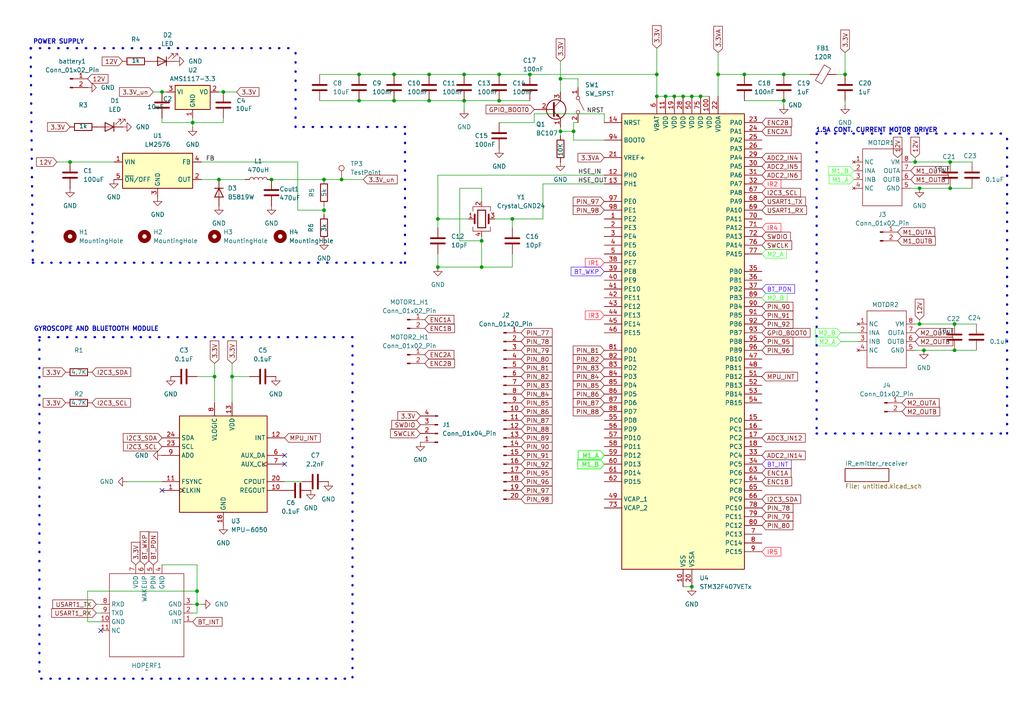
<source format=kicad_sch>
(kicad_sch (version 20231120) (generator "eeschema") (generator_version "8.0")
  (paper "A4")
  (junction (at 190.5 27.94))
  (junction (at 127 77.47))
  (junction (at 99.06 52.07))
  (junction (at 134.62 29.21))
  (junction (at 139.7 77.47))
  (junction (at 148.59 63.5))
  (junction (at 127 63.5))
  (junction (at 55.88 35.56))
  (junction (at 144.78 21.59))
  (junction (at 215.9 21.59))
  (junction (at 124.46 29.21))
  (junction (at 93.98 52.07))
  (junction (at 67.31 109.22))
  (junction (at 200.66 170.18))
  (junction (at 266.7 93.98))
  (junction (at 227.33 29.21))
  (junction (at 267.97 101.6))
  (junction (at 20.32 46.99))
  (junction (at 276.86 93.98))
  (junction (at 104.14 29.21))
  (junction (at 265.43 46.99))
  (junction (at 190.5 21.59))
  (junction (at 153.67 21.59))
  (junction (at 114.3 21.59))
  (junction (at 200.66 27.94))
  (junction (at 198.12 27.94))
  (junction (at 195.58 27.94))
  (junction (at 57.15 171.45))
  (junction (at 245.11 21.59))
  (junction (at 63.5 52.07))
  (junction (at 104.14 21.59))
  (junction (at 78.74 52.07))
  (junction (at 124.46 21.59))
  (junction (at 144.78 29.21))
  (junction (at 227.33 21.59))
  (junction (at 208.28 21.59))
  (junction (at 134.62 21.59))
  (junction (at 114.3 29.21))
  (junction (at 166.37 38.1))
  (junction (at 193.04 27.94))
  (junction (at 203.2 27.94))
  (junction (at 275.59 46.99))
  (junction (at 64.77 26.67))
  (junction (at 275.59 54.61))
  (junction (at 162.56 22.86))
  (junction (at 162.56 38.1))
  (junction (at 276.86 101.6))
  (junction (at 46.99 26.67))
  (junction (at 57.15 175.26))
  (junction (at 62.23 109.22))
  (junction (at 93.98 60.96))
  (junction (at 139.7 69.85))
  (junction (at 266.7 54.61))
  (no_connect (at 46.99 142.24))
  (no_connect (at 29.21 182.88))
  (no_connect (at 82.55 134.62))
  (no_connect (at 82.55 132.08))
  (wire (pts (xy 175.26 33.02) (xy 175.26 35.56)))
  (wire (pts (xy 245.11 29.21) (xy 245.11 30.48)))
  (wire (pts (xy 64.77 26.67) (xy 63.5 26.67)))
  (wire (pts (xy 16.51 46.99) (xy 20.32 46.99)))
  (wire (pts (xy 167.64 35.56) (xy 166.37 35.56)))
  (wire (pts (xy 67.31 105.41) (xy 67.31 109.22)))
  (wire (pts (xy 20.32 46.99) (xy 33.02 46.99)))
  (wire (pts (xy 46.99 35.56) (xy 55.88 35.56)))
  (wire (pts (xy 139.7 77.47) (xy 148.59 77.47)))
  (polyline (pts (xy 292.1 125.73) (xy 292.1 38.735)) (stroke (width 0.635) (type dot)))
  (wire (pts (xy 157.48 53.34) (xy 157.48 63.5)))
  (wire (pts (xy 124.46 29.21) (xy 134.62 29.21)))
  (wire (pts (xy 227.33 29.21) (xy 227.33 30.48)))
  (wire (pts (xy 198.12 170.18) (xy 200.66 170.18)))
  (wire (pts (xy 104.14 29.21) (xy 114.3 29.21)))
  (wire (pts (xy 148.59 63.5) (xy 148.59 66.04)))
  (wire (pts (xy 166.37 38.1) (xy 162.56 38.1)))
  (wire (pts (xy 193.04 27.94) (xy 195.58 27.94)))
  (wire (pts (xy 276.86 93.98) (xy 283.21 93.98)))
  (wire (pts (xy 264.16 54.61) (xy 266.7 54.61)))
  (wire (pts (xy 139.7 54.61) (xy 133.35 54.61)))
  (wire (pts (xy 266.7 93.98) (xy 276.86 93.98)))
  (polyline (pts (xy 8.89 13.97) (xy 85.725 13.97)) (stroke (width 0.635) (type dot)))
  (wire (pts (xy 57.15 177.8) (xy 57.15 175.26)))
  (wire (pts (xy 162.56 38.1) (xy 162.56 39.37)))
  (wire (pts (xy 208.28 15.24) (xy 208.28 21.59)))
  (wire (pts (xy 104.14 21.59) (xy 114.3 21.59)))
  (wire (pts (xy 266.7 54.61) (xy 275.59 54.61)))
  (wire (pts (xy 57.15 171.45) (xy 57.15 175.26)))
  (wire (pts (xy 67.31 109.22) (xy 67.31 116.84)))
  (wire (pts (xy 64.77 26.67) (xy 68.58 26.67)))
  (wire (pts (xy 144.78 29.21) (xy 153.67 29.21)))
  (wire (pts (xy 215.9 21.59) (xy 227.33 21.59)))
  (wire (pts (xy 86.36 46.99) (xy 86.36 60.96)))
  (wire (pts (xy 203.2 27.94) (xy 205.74 27.94)))
  (wire (pts (xy 46.99 163.83) (xy 57.15 163.83)))
  (wire (pts (xy 139.7 68.58) (xy 139.7 69.85)))
  (polyline (pts (xy 85.725 36.83) (xy 85.725 13.97)) (stroke (width 0.635) (type dot)))
  (wire (pts (xy 55.88 35.56) (xy 55.88 34.29)))
  (wire (pts (xy 208.28 21.59) (xy 208.28 27.94)))
  (wire (pts (xy 124.46 21.59) (xy 134.62 21.59)))
  (wire (pts (xy 245.11 15.24) (xy 245.11 21.59)))
  (wire (pts (xy 92.71 21.59) (xy 104.14 21.59)))
  (wire (pts (xy 133.35 69.85) (xy 139.7 69.85)))
  (wire (pts (xy 114.3 21.59) (xy 124.46 21.59)))
  (wire (pts (xy 114.3 29.21) (xy 124.46 29.21)))
  (wire (pts (xy 175.26 40.64) (xy 166.37 40.64)))
  (polyline (pts (xy 117.475 36.83) (xy 85.725 36.83)) (stroke (width 0.635) (type dot)))
  (wire (pts (xy 46.99 26.67) (xy 48.26 26.67)))
  (polyline (pts (xy 236.855 38.735) (xy 292.1 38.735)) (stroke (width 0.635) (type dot)))
  (wire (pts (xy 27.94 177.8) (xy 29.21 177.8)))
  (wire (pts (xy 127 73.66) (xy 127 77.47)))
  (wire (pts (xy 195.58 27.94) (xy 198.12 27.94)))
  (wire (pts (xy 127 63.5) (xy 127 66.04)))
  (wire (pts (xy 93.98 60.96) (xy 93.98 59.69)))
  (polyline (pts (xy 236.855 125.73) (xy 292.1 125.73)) (stroke (width 0.635) (type dot)))
  (wire (pts (xy 58.42 52.07) (xy 63.5 52.07)))
  (wire (pts (xy 78.74 52.07) (xy 93.98 52.07)))
  (wire (pts (xy 242.57 21.59) (xy 245.11 21.59)))
  (wire (pts (xy 264.16 46.99) (xy 265.43 46.99)))
  (wire (pts (xy 99.06 52.07) (xy 105.41 52.07)))
  (wire (pts (xy 143.51 63.5) (xy 148.59 63.5)))
  (wire (pts (xy 62.23 105.41) (xy 62.23 109.22)))
  (wire (pts (xy 166.37 40.64) (xy 166.37 38.1)))
  (wire (pts (xy 92.71 29.21) (xy 104.14 29.21)))
  (wire (pts (xy 134.62 29.21) (xy 144.78 29.21)))
  (wire (pts (xy 190.5 27.94) (xy 193.04 27.94)))
  (wire (pts (xy 139.7 58.42) (xy 139.7 54.61)))
  (wire (pts (xy 46.99 35.56) (xy 46.99 34.29)))
  (wire (pts (xy 175.26 53.34) (xy 157.48 53.34)))
  (wire (pts (xy 148.59 77.47) (xy 148.59 73.66)))
  (wire (pts (xy 265.43 101.6) (xy 267.97 101.6)))
  (wire (pts (xy 166.37 35.56) (xy 166.37 38.1)))
  (wire (pts (xy 154.94 33.02) (xy 154.94 35.56)))
  (wire (pts (xy 133.35 54.61) (xy 133.35 69.85)))
  (wire (pts (xy 208.28 21.59) (xy 215.9 21.59)))
  (wire (pts (xy 162.56 22.86) (xy 162.56 26.67)))
  (wire (pts (xy 162.56 17.78) (xy 162.56 22.86)))
  (wire (pts (xy 29.21 180.34) (xy 25.4 180.34)))
  (wire (pts (xy 135.89 63.5) (xy 127 63.5)))
  (wire (pts (xy 27.94 175.26) (xy 29.21 175.26)))
  (wire (pts (xy 267.97 101.6) (xy 276.86 101.6)))
  (wire (pts (xy 190.5 21.59) (xy 190.5 27.94)))
  (polyline (pts (xy 117.475 76.2) (xy 117.475 36.83)) (stroke (width 0.635) (type dot)))
  (polyline (pts (xy 8.89 13.97) (xy 9.525 76.2)) (stroke (width 0.635) (type dot)))
  (wire (pts (xy 200.66 27.94) (xy 203.2 27.94)))
  (wire (pts (xy 215.9 29.21) (xy 227.33 29.21)))
  (wire (pts (xy 175.26 33.02) (xy 154.94 33.02)))
  (wire (pts (xy 58.42 46.99) (xy 86.36 46.99)))
  (wire (pts (xy 44.45 26.67) (xy 46.99 26.67)))
  (wire (pts (xy 175.26 50.8) (xy 127 50.8)))
  (wire (pts (xy 243.84 99.06) (xy 248.92 99.06)))
  (wire (pts (xy 67.31 109.22) (xy 72.39 109.22)))
  (polyline (pts (xy 9.525 76.2) (xy 117.475 76.2)) (stroke (width 0.635) (type dot)))
  (wire (pts (xy 55.88 36.83) (xy 55.88 35.56)))
  (wire (pts (xy 36.83 139.7) (xy 46.99 139.7)))
  (wire (pts (xy 86.36 60.96) (xy 93.98 60.96)))
  (wire (pts (xy 198.12 27.94) (xy 200.66 27.94)))
  (wire (pts (xy 93.98 62.23) (xy 93.98 60.96)))
  (wire (pts (xy 157.48 63.5) (xy 148.59 63.5)))
  (wire (pts (xy 58.42 175.26) (xy 57.15 175.26)))
  (wire (pts (xy 134.62 31.75) (xy 134.62 29.21)))
  (wire (pts (xy 55.88 177.8) (xy 57.15 177.8)))
  (wire (pts (xy 25.4 180.34) (xy 25.4 171.45)))
  (wire (pts (xy 82.55 139.7) (xy 87.63 139.7)))
  (wire (pts (xy 64.77 34.29) (xy 64.77 35.56)))
  (wire (pts (xy 63.5 52.07) (xy 71.12 52.07)))
  (wire (pts (xy 64.77 35.56) (xy 55.88 35.56)))
  (wire (pts (xy 167.64 22.86) (xy 162.56 22.86)))
  (wire (pts (xy 57.15 109.22) (xy 62.23 109.22)))
  (wire (pts (xy 93.98 52.07) (xy 99.06 52.07)))
  (wire (pts (xy 281.94 54.61) (xy 275.59 54.61)))
  (wire (pts (xy 154.94 35.56) (xy 144.78 35.56)))
  (wire (pts (xy 144.78 21.59) (xy 153.67 21.59)))
  (wire (pts (xy 139.7 69.85) (xy 139.7 77.47)))
  (wire (pts (xy 243.84 96.52) (xy 248.92 96.52)))
  (polyline (pts (xy 236.855 38.735) (xy 236.855 125.73)) (stroke (width 0.635) (type dot)))
  (wire (pts (xy 57.15 175.26) (xy 55.88 175.26)))
  (wire (pts (xy 25.4 171.45) (xy 57.15 171.45)))
  (wire (pts (xy 134.62 21.59) (xy 144.78 21.59)))
  (wire (pts (xy 162.56 36.83) (xy 162.56 38.1)))
  (wire (pts (xy 265.43 46.99) (xy 275.59 46.99)))
  (wire (pts (xy 167.64 25.4) (xy 167.64 22.86)))
  (wire (pts (xy 127 77.47) (xy 139.7 77.47)))
  (wire (pts (xy 275.59 46.99) (xy 281.94 46.99)))
  (wire (pts (xy 62.23 109.22) (xy 62.23 116.84)))
  (wire (pts (xy 127 50.8) (xy 127 63.5)))
  (wire (pts (xy 153.67 21.59) (xy 190.5 21.59)))
  (wire (pts (xy 265.43 93.98) (xy 266.7 93.98)))
  (wire (pts (xy 283.21 101.6) (xy 276.86 101.6)))
  (wire (pts (xy 266.7 92.71) (xy 266.7 93.98)))
  (wire (pts (xy 265.43 45.72) (xy 265.43 46.99)))
  (wire (pts (xy 57.15 163.83) (xy 57.15 171.45)))
  (wire (pts (xy 227.33 21.59) (xy 234.95 21.59)))
  (wire (pts (xy 190.5 13.97) (xy 190.5 21.59)))
  (rectangle (start 11.43 97.79) (end 102.235 196.85) (stroke (width 0.635) (type dot)))
  (text "POWER SUPPLY" (at 17.018 12.192 0) (effects (font (size 1.27 1.27) (bold yes))))
  (text "1.5A CONT. CURRENT MOTOR DRIVER " (at 254.762 37.846 0) (effects (font (size 1.27 1.27) (bold yes))))
  (text "GYROSCOPE AND BLUETOOTH MODULE" (at 27.94 95.504 0) (effects (font (size 1.27 1.27) (thickness 0.254) (bold yes))))
  (label "FB" (at 59.69 46.99 0))
  (label "NRST" (at 170.18 33.02 0))
  (label "HSE_OUT" (at 167.64 53.34 0))
  (label "HSE_IN" (at 167.64 50.8 0))
  (global_label "ADC2_IN5" (shape input) (at 220.98 48.26 0) (property "Intersheetrefs" "${INTERSHEET_REFS}" (effects (hide yes))))
  (global_label "PIN_81" (shape input) (at 151.13 106.68 0) (property "Intersheetrefs" "${INTERSHEET_REFS}" (effects (hide yes))))
  (global_label "3.3V_un" (shape input) (at 105.41 52.07 0) (property "Intersheetrefs" "${INTERSHEET_REFS}" (effects (hide yes))))
  (global_label "PIN_78" (shape input) (at 220.98 147.32 0) (property "Intersheetrefs" "${INTERSHEET_REFS}" (effects (hide yes))))
  (global_label "PIN_86" (shape input) (at 151.13 119.38 0) (property "Intersheetrefs" "${INTERSHEET_REFS}" (effects (hide yes))))
  (global_label "PIN_88" (shape input) (at 175.26 119.38 180) (property "Intersheetrefs" "${INTERSHEET_REFS}" (effects (hide yes))))
  (global_label "3.3V" (shape input) (at 20.32 36.83 180) (property "Intersheetrefs" "${INTERSHEET_REFS}" (effects (hide yes))))
  (global_label "PIN_79" (shape input) (at 220.98 149.86 0) (property "Intersheetrefs" "${INTERSHEET_REFS}" (effects (hide yes))))
  (global_label "ENC2B" (shape input) (at 220.98 35.56 0) (property "Intersheetrefs" "${INTERSHEET_REFS}" (effects (hide yes))))
  (global_label "PIN_87" (shape input) (at 175.26 116.84 180) (property "Intersheetrefs" "${INTERSHEET_REFS}" (effects (hide yes))))
  (global_label "BT_WKP" (shape input) (at 41.91 163.83 90) (property "Intersheetrefs" "${INTERSHEET_REFS}" (effects (hide yes))))
  (global_label "3.3VA" (shape input) (at 208.28 15.24 90) (property "Intersheetrefs" "${INTERSHEET_REFS}" (effects (hide yes))))
  (global_label "3.3V" (shape input) (at 67.31 105.41 90) (property "Intersheetrefs" "${INTERSHEET_REFS}" (effects (hide yes))))
  (global_label "PIN_80" (shape input) (at 151.13 104.14 0) (property "Intersheetrefs" "${INTERSHEET_REFS}" (effects (hide yes))))
  (global_label "12V" (shape input) (at 265.43 45.72 90) (property "Intersheetrefs" "${INTERSHEET_REFS}" (effects (hide yes))))
  (global_label "SWDIO" (shape input) (at 220.98 68.58 0) (property "Intersheetrefs" "${INTERSHEET_REFS}" (effects (hide yes))))
  (global_label "USART1_TX" (shape input) (at 27.94 175.26 180) (property "Intersheetrefs" "${INTERSHEET_REFS}" (effects (hide yes))))
  (global_label "3.3V" (shape input) (at 121.92 120.65 180) (property "Intersheetrefs" "${INTERSHEET_REFS}" (effects (hide yes))))
  (global_label "I2C3_SCL" (shape input) (at 220.98 55.88 0) (property "Intersheetrefs" "${INTERSHEET_REFS}" (effects (hide yes))))
  (global_label "PIN_98" (shape input) (at 175.26 60.96 180) (property "Intersheetrefs" "${INTERSHEET_REFS}" (effects (hide yes))))
  (global_label "PIN_86" (shape input) (at 175.26 114.3 180) (property "Intersheetrefs" "${INTERSHEET_REFS}" (effects (hide yes))))
  (global_label "ENC2A" (shape input) (at 220.98 38.1 0) (property "Intersheetrefs" "${INTERSHEET_REFS}" (effects (hide yes))))
  (global_label "PIN_90" (shape input) (at 151.13 129.54 0) (property "Intersheetrefs" "${INTERSHEET_REFS}" (effects (hide yes))))
  (global_label "PIN_90" (shape input) (at 220.98 88.9 0) (property "Intersheetrefs" "${INTERSHEET_REFS}" (effects (hide yes))))
  (global_label "PIN_87" (shape input) (at 151.13 121.92 0) (property "Intersheetrefs" "${INTERSHEET_REFS}" (effects (hide yes))))
  (global_label "ENC2A" (shape input) (at 123.19 102.87 0) (property "Intersheetrefs" "${INTERSHEET_REFS}" (effects (hide yes))))
  (global_label "M1_OUTB" (shape input) (at 264.16 52.07 0) (property "Intersheetrefs" "${INTERSHEET_REFS}" (effects (hide yes))))
  (global_label "M1_B" (shape input) (at 247.65 49.53 180) (property "Intersheetrefs" "${INTERSHEET_REFS}" (effects (hide yes))))
  (global_label "ENC2B" (shape input) (at 123.19 105.41 0) (property "Intersheetrefs" "${INTERSHEET_REFS}" (effects (hide yes))))
  (global_label "IR5" (shape input) (at 220.98 160.02 0) (property "Intersheetrefs" "${INTERSHEET_REFS}" (effects (hide yes))))
  (global_label "3.3V" (shape input) (at 190.5 13.97 90) (property "Intersheetrefs" "${INTERSHEET_REFS}" (effects (hide yes))))
  (global_label "PIN_97" (shape input) (at 151.13 142.24 0) (property "Intersheetrefs" "${INTERSHEET_REFS}" (effects (hide yes))))
  (global_label "I2C3_SCL" (shape input) (at 46.99 129.54 180) (property "Intersheetrefs" "${INTERSHEET_REFS}" (effects (hide yes))))
  (global_label "PIN_96" (shape input) (at 151.13 139.7 0) (property "Intersheetrefs" "${INTERSHEET_REFS}" (effects (hide yes))))
  (global_label "PIN_83" (shape input) (at 151.13 111.76 0) (property "Intersheetrefs" "${INTERSHEET_REFS}" (effects (hide yes))))
  (global_label "BT_INT" (shape input) (at 220.98 134.62 0) (property "Intersheetrefs" "${INTERSHEET_REFS}" (effects (hide yes))))
  (global_label "3.3V" (shape input) (at 245.11 15.24 90) (property "Intersheetrefs" "${INTERSHEET_REFS}" (effects (hide yes))))
  (global_label "12V" (shape input) (at 35.56 17.78 180) (property "Intersheetrefs" "${INTERSHEET_REFS}" (effects (hide yes))))
  (global_label "BT_PDN" (shape input) (at 44.45 163.83 90) (property "Intersheetrefs" "${INTERSHEET_REFS}" (effects (hide yes))))
  (global_label "PIN_91" (shape input) (at 220.98 91.44 0) (property "Intersheetrefs" "${INTERSHEET_REFS}" (effects (hide yes))))
  (global_label "ADC2_IN4" (shape input) (at 220.98 45.72 0) (property "Intersheetrefs" "${INTERSHEET_REFS}" (effects (hide yes))))
  (global_label "ENC1B" (shape input) (at 220.98 139.7 0) (property "Intersheetrefs" "${INTERSHEET_REFS}" (effects (hide yes))))
  (global_label "M2_OUTA" (shape input) (at 261.62 116.84 0) (property "Intersheetrefs" "${INTERSHEET_REFS}" (effects (hide yes))))
  (global_label "PIN_92" (shape input) (at 151.13 134.62 0) (property "Intersheetrefs" "${INTERSHEET_REFS}" (effects (hide yes))))
  (global_label "3.3V" (shape input) (at 62.23 105.41 90) (property "Intersheetrefs" "${INTERSHEET_REFS}" (effects (hide yes))))
  (global_label "12V" (shape input) (at 266.7 92.71 90) (property "Intersheetrefs" "${INTERSHEET_REFS}" (effects (hide yes))))
  (global_label "3.3V" (shape input) (at 68.58 26.67 0) (property "Intersheetrefs" "${INTERSHEET_REFS}" (effects (hide yes))))
  (global_label "PIN_88" (shape input) (at 151.13 124.46 0) (property "Intersheetrefs" "${INTERSHEET_REFS}" (effects (hide yes))))
  (global_label "I2C3_SDA" (shape input) (at 46.99 127 180) (property "Intersheetrefs" "${INTERSHEET_REFS}" (effects (hide yes))))
  (global_label "PIN_84" (shape input) (at 175.26 109.22 180) (property "Intersheetrefs" "${INTERSHEET_REFS}" (effects (hide yes))))
  (global_label "3.3V_un" (shape input) (at 44.45 26.67 180) (property "Intersheetrefs" "${INTERSHEET_REFS}" (effects (hide yes))))
  (global_label "PIN_95" (shape input) (at 220.98 99.06 0) (property "Intersheetrefs" "${INTERSHEET_REFS}" (effects (hide yes))))
  (global_label "ADC3_IN12" (shape input) (at 220.98 127 0) (property "Intersheetrefs" "${INTERSHEET_REFS}" (effects (hide yes))))
  (global_label "ADC2_IN6" (shape input) (at 220.98 50.8 0) (property "Intersheetrefs" "${INTERSHEET_REFS}" (effects (hide yes))))
  (global_label "M2_A" (shape input) (at 220.98 73.66 0) (property "Intersheetrefs" "${INTERSHEET_REFS}" (effects (hide yes))))
  (global_label "I2C3_SDA" (shape input) (at 220.98 144.78 0) (property "Intersheetrefs" "${INTERSHEET_REFS}" (effects (hide yes))))
  (global_label "PIN_84" (shape input) (at 151.13 114.3 0) (property "Intersheetrefs" "${INTERSHEET_REFS}" (effects (hide yes))))
  (global_label "M2_B" (shape input) (at 220.98 86.36 0) (property "Intersheetrefs" "${INTERSHEET_REFS}" (effects (hide yes))))
  (global_label "PIN_85" (shape input) (at 175.26 111.76 180) (property "Intersheetrefs" "${INTERSHEET_REFS}" (effects (hide yes))))
  (global_label "M2_A" (shape input) (at 243.84 99.06 180) (property "Intersheetrefs" "${INTERSHEET_REFS}" (effects (hide yes))))
  (global_label "M1_B" (shape input) (at 175.26 134.62 180) (effects (font (bold yes))) (property "Intersheetrefs" "${INTERSHEET_REFS}" (effects (hide yes))))
  (global_label "PIN_89" (shape input) (at 151.13 127 0) (property "Intersheetrefs" "${INTERSHEET_REFS}" (effects (hide yes))))
  (global_label "PIN_82" (shape input) (at 175.26 104.14 180) (property "Intersheetrefs" "${INTERSHEET_REFS}" (effects (hide yes))))
  (global_label "BT_INT" (shape input) (at 55.88 180.34 0) (property "Intersheetrefs" "${INTERSHEET_REFS}" (effects (hide yes))))
  (global_label "M1_A" (shape input) (at 247.65 52.07 180) (property "Intersheetrefs" "${INTERSHEET_REFS}" (effects (hide yes))))
  (global_label "PIN_91" (shape input) (at 151.13 132.08 0) (property "Intersheetrefs" "${INTERSHEET_REFS}" (effects (hide yes))))
  (global_label "SWDIO" (shape input) (at 121.92 123.19 180) (property "Intersheetrefs" "${INTERSHEET_REFS}" (effects (hide yes))))
  (global_label "SWCLK" (shape input) (at 121.92 125.73 180) (property "Intersheetrefs" "${INTERSHEET_REFS}" (effects (hide yes))))
  (global_label "ENC1A" (shape input) (at 123.19 92.71 0) (property "Intersheetrefs" "${INTERSHEET_REFS}" (effects (hide yes))))
  (global_label "3.3V" (shape input) (at 39.37 163.83 90) (property "Intersheetrefs" "${INTERSHEET_REFS}" (effects (hide yes))))
  (global_label "ENC1B" (shape input) (at 123.19 95.25 0) (property "Intersheetrefs" "${INTERSHEET_REFS}" (effects (hide yes))))
  (global_label "M1_OUTA" (shape input) (at 264.16 49.53 0) (property "Intersheetrefs" "${INTERSHEET_REFS}" (effects (hide yes))))
  (global_label "12V" (shape input) (at 16.51 46.99 180) (property "Intersheetrefs" "${INTERSHEET_REFS}" (effects (hide yes))))
  (global_label "M2_OUTA" (shape input) (at 265.43 96.52 0) (property "Intersheetrefs" "${INTERSHEET_REFS}" (effects (hide yes))))
  (global_label "PIN_98" (shape input) (at 151.13 144.78 0) (property "Intersheetrefs" "${INTERSHEET_REFS}" (effects (hide yes))))
  (global_label "MPU_INT" (shape input) (at 82.55 127 0) (property "Intersheetrefs" "${INTERSHEET_REFS}" (effects (hide yes))))
  (global_label "BT_WKP" (shape input) (at 175.26 78.74 180) (property "Intersheetrefs" "${INTERSHEET_REFS}" (effects (hide yes))))
  (global_label "USART1_RX" (shape input) (at 220.98 60.96 0) (property "Intersheetrefs" "${INTERSHEET_REFS}" (effects (hide yes))))
  (global_label "PIN_92" (shape input) (at 220.98 93.98 0) (property "Intersheetrefs" "${INTERSHEET_REFS}" (effects (hide yes))))
  (global_label "12V" (shape input) (at 260.35 45.72 90) (property "Intersheetrefs" "${INTERSHEET_REFS}" (effects (hide yes))))
  (global_label "PIN_85" (shape input) (at 151.13 116.84 0) (property "Intersheetrefs" "${INTERSHEET_REFS}" (effects (hide yes))))
  (global_label "IR2" (shape input) (at 220.98 53.34 0) (property "Intersheetrefs" "${INTERSHEET_REFS}" (effects (hide yes))))
  (global_label "M2_OUTB" (shape input) (at 265.43 99.06 0) (property "Intersheetrefs" "${INTERSHEET_REFS}" (effects (hide yes))))
  (global_label "3.3V" (shape input) (at 162.56 17.78 90) (property "Intersheetrefs" "${INTERSHEET_REFS}" (effects (hide yes))))
  (global_label "BT_PDN" (shape input) (at 220.98 83.82 0) (property "Intersheetrefs" "${INTERSHEET_REFS}" (effects (hide yes))))
  (global_label "PIN_96" (shape input) (at 220.98 101.6 0) (property "Intersheetrefs" "${INTERSHEET_REFS}" (effects (hide yes))))
  (global_label "PIN_77" (shape input) (at 151.13 96.52 0) (property "Intersheetrefs" "${INTERSHEET_REFS}" (effects (hide yes))))
  (global_label "IR1" (shape input) (at 175.26 76.2 180) (property "Intersheetrefs" "${INTERSHEET_REFS}" (effects (hide yes))))
  (global_label "PIN_78" (shape input) (at 151.13 99.06 0) (property "Intersheetrefs" "${INTERSHEET_REFS}" (effects (hide yes))))
  (global_label "SWCLK" (shape input) (at 220.98 71.12 0) (property "Intersheetrefs" "${INTERSHEET_REFS}" (effects (hide yes))))
  (global_label "M2_B" (shape input) (at 243.84 96.52 180) (property "Intersheetrefs" "${INTERSHEET_REFS}" (effects (hide yes))))
  (global_label "PIN_95" (shape input) (at 151.13 137.16 0) (property "Intersheetrefs" "${INTERSHEET_REFS}" (effects (hide yes))))
  (global_label "PIN_97" (shape input) (at 175.26 58.42 180) (property "Intersheetrefs" "${INTERSHEET_REFS}" (effects (hide yes))))
  (global_label "PIN_82" (shape input) (at 151.13 109.22 0) (property "Intersheetrefs" "${INTERSHEET_REFS}" (effects (hide yes))))
  (global_label "M1_A" (shape input) (at 175.26 132.08 180) (effects (font (bold yes))) (property "Intersheetrefs" "${INTERSHEET_REFS}" (effects (hide yes))))
  (global_label "M2_OUTB" (shape input) (at 261.62 119.38 0) (property "Intersheetrefs" "${INTERSHEET_REFS}" (effects (hide yes))))
  (global_label "GPIO_BOOT0" (shape input) (at 154.94 31.75 180) (property "Intersheetrefs" "${INTERSHEET_REFS}" (effects (hide yes))))
  (global_label "I2C3_SCL" (shape input) (at 26.67 116.84 0) (property "Intersheetrefs" "${INTERSHEET_REFS}" (effects (hide yes))))
  (global_label "MPU_INT" (shape input) (at 220.98 109.22 0) (property "Intersheetrefs" "${INTERSHEET_REFS}" (effects (hide yes))))
  (global_label "M1_OUTA" (shape input) (at 260.35 67.31 0) (property "Intersheetrefs" "${INTERSHEET_REFS}" (effects (hide yes))))
  (global_label "3.3V" (shape input) (at 19.05 116.84 180) (property "Intersheetrefs" "${INTERSHEET_REFS}" (effects (hide yes))))
  (global_label "M1_OUTB" (shape input) (at 260.35 69.85 0) (property "Intersheetrefs" "${INTERSHEET_REFS}" (effects (hide yes))))
  (global_label "PIN_83" (shape input) (at 175.26 106.68 180) (property "Intersheetrefs" "${INTERSHEET_REFS}" (effects (hide yes))))
  (global_label "USART1_RX" (shape input) (at 27.94 177.8 180) (property "Intersheetrefs" "${INTERSHEET_REFS}" (effects (hide yes))))
  (global_label "12V" (shape input) (at 25.4 22.86 0) (property "Intersheetrefs" "${INTERSHEET_REFS}" (effects (hide yes))))
  (global_label "GPIO_BOOT0" (shape input) (at 220.98 96.52 0) (property "Intersheetrefs" "${INTERSHEET_REFS}" (effects (hide yes))))
  (global_label "IR4" (shape input) (at 220.98 66.04 0) (property "Intersheetrefs" "${INTERSHEET_REFS}" (effects (hide yes))))
  (global_label "ENC1A" (shape input) (at 220.98 137.16 0) (property "Intersheetrefs" "${INTERSHEET_REFS}" (effects (hide yes))))
  (global_label "USART1_TX" (shape input) (at 220.98 58.42 0) (property "Intersheetrefs" "${INTERSHEET_REFS}" (effects (hide yes))))
  (global_label "ADC2_IN14" (shape input) (at 220.98 132.08 0) (property "Intersheetrefs" "${INTERSHEET_REFS}" (effects (hide yes))))
  (global_label "PIN_79" (shape input) (at 151.13 101.6 0) (property "Intersheetrefs" "${INTERSHEET_REFS}" (effects (hide yes))))
  (global_label "PIN_80" (shape input) (at 220.98 152.4 0) (property "Intersheetrefs" "${INTERSHEET_REFS}" (effects (hide yes))))
  (global_label "3.3VA" (shape input) (at 175.26 45.72 180) (property "Intersheetrefs" "${INTERSHEET_REFS}" (effects (hide yes))))
  (global_label "PIN_81" (shape input) (at 175.26 101.6 180) (property "Intersheetrefs" "${INTERSHEET_REFS}" (effects (hide yes))))
  (global_label "I2C3_SDA" (shape input) (at 26.67 107.95 0) (property "Intersheetrefs" "${INTERSHEET_REFS}" (effects (hide yes))))
  (global_label "IR3" (shape input) (at 175.26 91.44 180) (property "Intersheetrefs" "${INTERSHEET_REFS}" (effects (hide yes))))
  (global_label "3.3V" (shape input) (at 19.05 107.95 180) (property "Intersheetrefs" "${INTERSHEET_REFS}" (effects (hide yes))))
  (symbol (lib_id "New_Library:BT-4502_MODULE") (at 43.18 177.8 0) (unit 1)
    (property "Reference" "HOPERF1" (at 42.545 193.04 0))
    (property "Value" "~" (at 42.545 194.31 0))
    (property "Footprint" "blackpill:BT4502" (effects (hide yes)))
  )
  (symbol (lib_id "power:GND") (at 266.7 54.61 0) (unit 1)
    (property "Reference" "#PWR029" (effects (hide yes)))
    (property "Value" "GND" (at 266.7 59.69 0))
    (property "Description" "Power symbol creates a global label with name \"GND\" , ground" (effects (hide yes)))
  )
  (symbol (lib_id "Device:Crystal_GND24") (at 139.7 63.5 0) (unit 1)
    (property "Reference" "Y1" (at 151.13 57.1814 0))
    (property "Value" "Crystal_GND24" (at 151.13 59.7214 0))
    (property "Footprint" "Crystal:Crystal_SMD_3225-4Pin_3.2x2.5mm" (effects (hide yes)))
    (property "Description" "Four pin crystal, GND on pins 2 and 4" (effects (hide yes)))
  )
  (symbol (lib_id "power:GND") (at 127 77.47 0) (unit 1)
    (property "Reference" "#PWR020" (effects (hide yes)))
    (property "Value" "GND" (at 127 82.55 0))
    (property "Description" "Power symbol creates a global label with name \"GND\" , ground" (effects (hide yes)))
  )
  (symbol (lib_id "Connector:TestPoint") (at 99.06 52.07 0) (unit 1)
    (property "Reference" "TP3" (at 101.6 47.4979 0) (effects (justify left)))
    (property "Value" "TestPoint" (at 101.6 50.0379 0) (effects (justify left)))
    (property "Footprint" "TestPoint:TestPoint_Pad_1.0x1.0mm" (effects (hide yes)))
    (property "Description" "test point" (effects (hide yes)))
  )
  (symbol (lib_id "Device:C") (at 64.77 30.48 0) (unit 1)
    (property "Reference" "C4" (at 68.58 29.2099 0) (effects (justify left)))
    (property "Value" "10uF" (at 68.326 31.496 0) (effects (justify left)))
    (property "Footprint" "Capacitor_SMD:C_0805_2012Metric" (effects (hide yes)))
    (property "Description" "Unpolarized capacitor" (effects (hide yes)))
  )
  (symbol (lib_id "Device:R") (at 22.86 116.84 90) (unit 1)
    (property "Reference" "R2" (at 22.86 114.3 90))
    (property "Value" "4.7K" (at 22.86 116.84 90))
    (property "Footprint" "Resistor_SMD:R_0603_1608Metric" (effects (hide yes)))
    (property "Description" "Resistor" (effects (hide yes)))
  )
  (symbol (lib_id "Device:C") (at 283.21 97.79 0) (unit 1)
    (property "Reference" "C24" (at 280.67 92.202 0) (effects (justify left)))
    (property "Value" "0.1uF" (at 287.02 99.0599 0) (effects (justify left)))
    (property "Footprint" "Capacitor_SMD:C_0805_2012Metric" (effects (hide yes)))
    (property "Description" "Unpolarized capacitor" (effects (hide yes)))
  )
  (symbol (lib_id "Connector:Conn_01x02_Pin") (at 256.54 116.84 0) (unit 1)
    (property "Reference" "J4" (at 257.175 111.76 0))
    (property "Value" "Conn_01x02_Pin" (at 257.175 114.3 0))
    (property "Footprint" "Connector_JST:JST_EH_B2B-EH-A_1x02_P2.50mm_Vertical" (effects (hide yes)))
    (property "Description" "Generic connector, single row, 01x02, script generated" (effects (hide yes)))
  )
  (symbol (lib_id "power:GND") (at 95.25 139.7 0) (unit 1)
    (property "Reference" "#PWR018" (effects (hide yes)))
    (property "Value" "GND" (at 95.25 144.78 0))
    (property "Description" "Power symbol creates a global label with name \"GND\" , ground" (effects (hide yes)))
  )
  (symbol (lib_id "Device:C") (at 281.94 50.8 0) (unit 1)
    (property "Reference" "C23" (at 279.4 45.212 0) (effects (justify left)))
    (property "Value" "0.1uF" (at 285.75 52.0699 0) (effects (justify left)))
    (property "Footprint" "Capacitor_SMD:C_0805_2012Metric" (effects (hide yes)))
    (property "Description" "Unpolarized capacitor" (effects (hide yes)))
  )
  (symbol (lib_id "Device:R") (at 22.86 107.95 90) (unit 1)
    (property "Reference" "R1" (at 22.86 101.6 90))
    (property "Value" "4.7K" (at 22.86 107.95 90))
    (property "Footprint" "Resistor_SMD:R_0603_1608Metric" (effects (hide yes)))
    (property "Description" "Resistor" (effects (hide yes)))
  )
  (symbol (lib_id "power:GND") (at 267.97 101.6 0) (unit 1)
    (property "Reference" "#PWR032" (effects (hide yes)))
    (property "Value" "GND" (at 267.97 106.68 0))
    (property "Description" "Power symbol creates a global label with name \"GND\" , ground" (effects (hide yes)))
  )
  (symbol (lib_id "Device:C") (at 104.14 25.4 0) (unit 1)
    (property "Reference" "C9" (at 107.95 24.1299 0) (effects (justify left)))
    (property "Value" "100nF" (at 107.95 26.6699 0) (effects (justify left)))
    (property "Footprint" "Capacitor_SMD:C_0805_2012Metric" (effects (hide yes)))
    (property "Description" "Unpolarized capacitor" (effects (hide yes)))
  )
  (symbol (lib_id "power:GND") (at 80.01 109.22 0) (unit 1)
    (property "Reference" "#PWR015" (effects (hide yes)))
    (property "Value" "GND" (at 80.01 114.3 0))
    (property "Description" "Power symbol creates a global label with name \"GND\" , ground" (effects (hide yes)))
  )
  (symbol (lib_id "Connector:Conn_01x20_Pin") (at 146.05 119.38 0) (unit 1)
    (property "Reference" "J2" (at 146.685 91.44 0))
    (property "Value" "Conn_01x20_Pin" (at 146.685 93.98 0))
    (property "Footprint" "Connector_PinHeader_1.27mm:PinHeader_2x10_P1.27mm_Vertical_SMD" (effects (hide yes)))
    (property "Description" "Generic connector, single row, 01x20, script generated" (effects (hide yes)))
  )
  (symbol (lib_id "Connector:Conn_01x02_Pin") (at 255.27 67.31 0) (unit 1)
    (property "Reference" "J3" (at 255.905 62.23 0))
    (property "Value" "Conn_01x02_Pin" (at 255.905 64.77 0))
    (property "Footprint" "Connector_JST:JST_EH_B2B-EH-A_1x02_P2.50mm_Vertical" (effects (hide yes)))
    (property "Description" "Generic connector, single row, 01x02, script generated" (effects (hide yes)))
  )
  (symbol (lib_id "power:GND") (at 64.77 152.4 0) (unit 1)
    (property "Reference" "#PWR013" (effects (hide yes)))
    (property "Value" "GND" (at 64.77 157.48 0))
    (property "Description" "Power symbol creates a global label with name \"GND\" , ground" (effects (hide yes)))
  )
  (symbol (lib_id "power:GND") (at 227.33 30.48 0) (unit 1)
    (property "Reference" "#PWR025" (effects (hide yes)))
    (property "Value" "GND" (at 230.632 30.48 0))
    (property "Description" "Power symbol creates a global label with name \"GND\" , ground" (effects (hide yes)))
  )
  (symbol (lib_id "Connector:Conn_01x04_Pin") (at 127 125.73 180) (unit 1)
    (property "Reference" "J1" (at 128.27 123.1899 0) (effects (justify right)))
    (property "Value" "Conn_01x04_Pin" (at 128.27 125.7299 0) (effects (justify right)))
    (property "Footprint" "Connector_PinHeader_2.54mm:PinHeader_1x04_P2.54mm_Vertical" (effects (hide yes)))
    (property "Description" "Generic connector, single row, 01x04, script generated" (effects (hide yes)))
  )
  (symbol (lib_id "power:GND") (at 33.02 52.07 0) (unit 1)
    (property "Reference" "#PWR03" (effects (hide yes)))
    (property "Value" "GND" (at 33.02 57.15 0))
    (property "Description" "Power symbol creates a global label with name \"GND\" , ground" (effects (hide yes)))
  )
  (symbol (lib_id "Device:R") (at 24.13 36.83 90) (unit 1)
    (property "Reference" "R3" (at 24.13 30.48 90))
    (property "Value" "1k" (at 24.13 36.576 90))
    (property "Footprint" "Resistor_SMD:R_0805_2012Metric" (effects (hide yes)))
    (property "Description" "Resistor" (effects (hide yes)))
  )
  (symbol (lib_id "MCU_ST_STM32F4:STM32F407VETx") (at 198.12 99.06 0) (unit 1)
    (property "Reference" "U4" (at 202.8541 167.64 0) (effects (justify left)))
    (property "Value" "STM32F407VETx" (at 202.8541 170.18 0) (effects (justify left)))
    (property "Footprint" "Package_QFP:LQFP-100_14x14mm_P0.5mm" (effects (hide yes)))
    (property "Datasheet" "https://www.st.com/resource/en/datasheet/stm32f407ve.pdf" (effects (hide yes)))
    (property "Description" "STMicroelectronics Arm Cortex-M4 MCU, 512KB flash, 192KB RAM, 168 MHz, 1.8-3.6V, 82 GPIO, LQFP100" (effects (hide yes)))
  )
  (symbol (lib_id "Device:C") (at 46.99 30.48 0) (unit 1)
    (property "Reference" "C2" (at 47.244 28.702 0) (effects (justify left)))
    (property "Value" "10uF" (at 42.672 30.988 0) (effects (justify left)))
    (property "Footprint" "Capacitor_SMD:C_0805_2012Metric" (effects (hide yes)))
    (property "Description" "Unpolarized capacitor" (effects (hide yes)))
  )
  (symbol (lib_id "Device:C") (at 114.3 25.4 0) (unit 1)
    (property "Reference" "C10" (at 118.11 24.1299 0) (effects (justify left)))
    (property "Value" "100nF" (at 118.11 26.6699 0) (effects (justify left)))
    (property "Footprint" "Capacitor_SMD:C_0805_2012Metric" (effects (hide yes)))
    (property "Description" "Unpolarized capacitor" (effects (hide yes)))
  )
  (symbol (lib_id "Mechanical:MountingHole") (at 41.91 68.58 0) (unit 1) (exclude_from_sim yes) (in_bom no)
    (property "Reference" "H2" (at 44.45 67.3099 0) (effects (justify left)))
    (property "Value" "MountingHole" (at 44.45 69.8499 0) (effects (justify left)))
    (property "Footprint" "MountingHole:MountingHole_2.5mm" (effects (hide yes)))
    (property "Description" "Mounting Hole without connection" (effects (hide yes)))
  )
  (symbol (lib_id "power:GND") (at 162.56 46.99 0) (unit 1)
    (property "Reference" "#PWR023" (effects (hide yes)))
    (property "Value" "GND" (at 162.56 52.07 0))
    (property "Description" "Power symbol creates a global label with name \"GND\" , ground" (effects (hide yes)))
  )
  (symbol (lib_id "Mechanical:MountingHole") (at 62.23 68.58 0) (unit 1) (exclude_from_sim yes) (in_bom no)
    (property "Reference" "H3" (at 64.77 67.3099 0) (effects (justify left)))
    (property "Value" "MountingHole" (at 64.77 69.8499 0) (effects (justify left)))
    (property "Footprint" "MountingHole:MountingHole_2.5mm" (effects (hide yes)))
    (property "Description" "Mounting Hole without connection" (effects (hide yes)))
  )
  (symbol (lib_id "power:GND") (at 144.78 43.18 0) (unit 1)
    (property "Reference" "#PWR022" (effects (hide yes)))
    (property "Value" "GND" (at 144.78 48.26 0))
    (property "Description" "Power symbol creates a global label with name \"GND\" , ground" (effects (hide yes)))
  )
  (symbol (lib_id "Connector:Conn_01x02_Pin") (at 20.32 22.86 0) (unit 1)
    (property "Reference" "battery1" (at 20.955 17.78 0))
    (property "Value" "Conn_01x02_Pin" (at 20.955 20.32 0))
    (property "Footprint" "Connector_BarrelJack:BarrelJack_Horizontal" (effects (hide yes)))
    (property "Description" "Generic connector, single row, 01x02, script generated" (effects (hide yes)))
  )
  (symbol (lib_id "power:GND") (at 35.56 36.83 90) (unit 1)
    (property "Reference" "#PWR04" (effects (hide yes)))
    (property "Value" "GND" (at 39.37 36.8299 90) (effects (justify right)))
    (property "Description" "Power symbol creates a global label with name \"GND\" , ground" (effects (hide yes)))
  )
  (symbol (lib_id "power:GND") (at 46.99 132.08 270) (unit 1)
    (property "Reference" "#PWR07" (effects (hide yes)))
    (property "Value" "GND" (at 43.18 132.0799 90) (effects (justify right)))
    (property "Description" "Power symbol creates a global label with name \"GND\" , ground" (effects (hide yes)))
  )
  (symbol (lib_id "Connector:Conn_01x02_Pin") (at 118.11 92.71 0) (unit 1)
    (property "Reference" "MOTOR1_H1" (at 118.745 87.63 0))
    (property "Value" "Conn_01x02_Pin" (at 118.745 90.17 0))
    (property "Footprint" "Connector_PinHeader_2.54mm:PinHeader_1x02_P2.54mm_Vertical" (effects (hide yes)))
    (property "Description" "Generic connector, single row, 01x02, script generated" (effects (hide yes)))
  )
  (symbol (lib_id "power:GND") (at 63.5 59.69 0) (unit 1)
    (property "Reference" "#PWR012" (effects (hide yes)))
    (property "Value" "GND" (at 63.5 64.77 0))
    (property "Description" "Power symbol creates a global label with name \"GND\" , ground" (effects (hide yes)))
  )
  (symbol (lib_id "Connector:Conn_01x02_Pin") (at 118.11 102.87 0) (unit 1)
    (property "Reference" "MOTOR2_H1" (at 118.745 97.79 0))
    (property "Value" "Conn_01x02_Pin" (at 118.745 100.33 0))
    (property "Footprint" "Connector_PinHeader_2.54mm:PinHeader_1x02_P2.54mm_Vertical" (effects (hide yes)))
    (property "Description" "Generic connector, single row, 01x02, script generated" (effects (hide yes)))
  )
  (symbol (lib_id "Device:C") (at 275.59 50.8 0) (unit 1)
    (property "Reference" "C21" (at 273.304 45.466 0) (effects (justify left)))
    (property "Value" "10uF" (at 270.764 49.022 0) (effects (justify left)))
    (property "Footprint" "Capacitor_SMD:C_0805_2012Metric" (effects (hide yes)))
    (property "Description" "Unpolarized capacitor" (effects (hide yes)))
  )
  (symbol (lib_id "Device:C") (at 78.74 55.88 0) (unit 1)
    (property "Reference" "Cout1" (at 81.026 54.864 0) (effects (justify left)))
    (property "Value" "470uF" (at 81.026 57.404 0) (effects (justify left)))
    (property "Footprint" "Capacitor_SMD:CP_Elec_10x14.3" (effects (hide yes)))
    (property "Description" "Unpolarized capacitor" (effects (hide yes)))
  )
  (symbol (lib_id "Device:C") (at 127 69.85 0) (unit 1)
    (property "Reference" "C12" (at 130.81 68.5799 0) (effects (justify left)))
    (property "Value" "10pF" (at 130.81 71.1199 0) (effects (justify left)))
    (property "Footprint" "Capacitor_SMD:C_0402_1005Metric" (effects (hide yes)))
    (property "Description" "Unpolarized capacitor" (effects (hide yes)))
  )
  (symbol (lib_id "Regulator_Switching:LM2596S-12") (at 45.72 49.53 0) (unit 1)
    (property "Reference" "U1" (at 45.72 39.37 0))
    (property "Value" "LM2576" (at 45.72 41.91 0))
    (property "Footprint" "Package_TO_SOT_SMD:TO-263-5_TabPin3" (effects (hide yes)))
    (property "Datasheet" "http://www.ti.com/lit/ds/symlink/lm2596.pdf" (effects (hide yes)))
    (property "Description" "12V 3A Step-Down Voltage Regulator, TO-263" (effects (hide yes)))
  )
  (symbol (lib_id "power:GND") (at 55.88 36.83 0) (unit 1)
    (property "Reference" "#PWR010" (effects (hide yes)))
    (property "Value" "GND" (at 55.88 41.91 0))
    (property "Description" "Power symbol creates a global label with name \"GND\" , ground" (effects (hide yes)))
  )
  (symbol (lib_id "Device:R") (at 93.98 66.04 180) (unit 1)
    (property "Reference" "R6" (at 90.17 66.04 90))
    (property "Value" "3k" (at 93.98 66.04 90))
    (property "Footprint" "Resistor_SMD:R_0805_2012Metric" (effects (hide yes)))
    (property "Description" "Resistor" (effects (hide yes)))
  )
  (symbol (lib_id "Device:C") (at 215.9 25.4 0) (unit 1)
    (property "Reference" "C18" (at 219.71 24.1299 0) (effects (justify left)))
    (property "Value" "100nF" (at 218.694 26.67 0) (effects (justify left)))
    (property "Footprint" "Capacitor_SMD:C_0402_1005Metric" (effects (hide yes)))
    (property "Description" "Unpolarized capacitor" (effects (hide yes)))
  )
  (symbol (lib_id "Device:C") (at 276.86 97.79 0) (unit 1)
    (property "Reference" "C22" (at 274.574 92.456 0) (effects (justify left)))
    (property "Value" "10uF" (at 272.034 96.012 0) (effects (justify left)))
    (property "Footprint" "Capacitor_SMD:C_0805_2012Metric" (effects (hide yes)))
    (property "Description" "Unpolarized capacitor" (effects (hide yes)))
  )
  (symbol (lib_id "Device:D") (at 63.5 55.88 270) (unit 1)
    (property "Reference" "D3" (at 66.04 54.6099 90) (effects (justify left)))
    (property "Value" "B5819W" (at 66.04 57.1499 90) (effects (justify left)))
    (property "Footprint" "Diode_SMD:D_SOD-323" (effects (hide yes)))
    (property "Description" "Diode" (effects (hide yes)))
    (property "Sim.Device" "D" (effects (hide yes)))
    (property "Sim.Pins" "1=K 2=A" (effects (hide yes)))
  )
  (symbol (lib_id "power:GND") (at 20.32 54.61 0) (unit 1)
    (property "Reference" "#PWR01" (effects (hide yes)))
    (property "Value" "GND" (at 20.32 59.69 0))
    (property "Description" "Power symbol creates a global label with name \"GND\" , ground" (effects (hide yes)))
  )
  (symbol (lib_id "Device:L") (at 74.93 52.07 90) (unit 1)
    (property "Reference" "L1" (at 74.93 46.736 90))
    (property "Value" "470uH" (at 74.93 49.276 90))
    (property "Footprint" "Inductor_SMD:L_Sunlord_SWPA6045S" (effects (hide yes)))
    (property "Description" "Inductor" (effects (hide yes)))
  )
  (symbol (lib_id "Device:LED") (at 46.99 17.78 180) (unit 1)
    (property "Reference" "D2" (at 48.5775 10.16 0))
    (property "Value" "LED" (at 48.5775 12.7 0))
    (property "Footprint" "LED_SMD:LED_0805_2012Metric" (effects (hide yes)))
    (property "Description" "Light emitting diode" (effects (hide yes)))
  )
  (symbol (lib_id "Device:C") (at 134.62 25.4 0) (unit 1)
    (property "Reference" "C13" (at 138.43 24.1299 0) (effects (justify left)))
    (property "Value" "100nF" (at 138.43 26.6699 0) (effects (justify left)))
    (property "Footprint" "Capacitor_SMD:C_0805_2012Metric" (effects (hide yes)))
    (property "Description" "Unpolarized capacitor" (effects (hide yes)))
  )
  (symbol (lib_id "Device:C") (at 76.2 109.22 270) (unit 1)
    (property "Reference" "C5" (at 76.2 101.6 90))
    (property "Value" "0.1uF" (at 76.2 104.14 90))
    (property "Footprint" "Capacitor_SMD:C_0805_2012Metric" (effects (hide yes)))
    (property "Description" "Unpolarized capacitor" (effects (hide yes)))
  )
  (symbol (lib_id "Device:R") (at 162.56 43.18 180) (unit 1)
    (property "Reference" "10K" (at 162.56 43.434 90))
    (property "Value" "10K" (effects (hide yes)))
    (property "Footprint" "Resistor_SMD:R_0805_2012Metric" (effects (hide yes)))
    (property "Description" "Resistor" (effects (hide yes)))
  )
  (symbol (lib_id "Device:C") (at 153.67 25.4 0) (unit 1)
    (property "Reference" "C17" (at 151.638 17.526 0) (effects (justify left)))
    (property "Value" "100nF" (at 151.638 20.066 0) (effects (justify left)))
    (property "Footprint" "Capacitor_SMD:C_0805_2012Metric" (effects (hide yes)))
    (property "Description" "Unpolarized capacitor" (effects (hide yes)))
  )
  (symbol (lib_id "Device:C") (at 144.78 39.37 0) (unit 1)
    (property "Reference" "C15" (at 137.668 39.37 0) (effects (justify left)))
    (property "Value" "100nF" (at 137.668 41.91 0) (effects (justify left)))
    (property "Footprint" "Capacitor_SMD:C_0402_1005Metric" (effects (hide yes)))
    (property "Description" "Unpolarized capacitor" (effects (hide yes)))
  )
  (symbol (lib_id "power:GND") (at 200.66 170.18 0) (unit 1)
    (property "Reference" "#PWR024" (effects (hide yes)))
    (property "Value" "GND" (at 200.66 175.26 0))
    (property "Description" "Power symbol creates a global label with name \"GND\" , ground" (effects (hide yes)))
  )
  (symbol (lib_id "Device:R") (at 93.98 55.88 0) (unit 1)
    (property "Reference" "R5" (at 90.424 55.88 90))
    (property "Value" "5k" (at 93.98 55.88 90))
    (property "Footprint" "Resistor_SMD:R_0805_2012Metric" (effects (hide yes)))
    (property "Description" "Resistor" (effects (hide yes)))
  )
  (symbol (lib_id "Mechanical:MountingHole") (at 20.32 68.58 0) (unit 1) (exclude_from_sim yes) (in_bom no)
    (property "Reference" "H1" (at 22.86 67.3099 0) (effects (justify left)))
    (property "Value" "MountingHole" (at 22.86 69.8499 0) (effects (justify left)))
    (property "Footprint" "MountingHole:MountingHole_2.5mm" (effects (hide yes)))
    (property "Description" "Mounting Hole without connection" (effects (hide yes)))
  )
  (symbol (lib_id "Motor_Driver(SM):BL5612") (at 257.81 97.79 0) (unit 1)
    (property "Reference" "MOTOR2" (at 256.794 88.392 0))
    (property "Value" "~" (at 257.175 88.9 0))
    (property "Footprint" "Package_SO:SOP-8_3.76x4.96mm_P1.27mm" (effects (hide yes)))
  )
  (symbol (lib_id "Device:C") (at 227.33 25.4 0) (unit 1)
    (property "Reference" "C19" (at 231.14 24.1299 0) (effects (justify left)))
    (property "Value" "1uF" (at 231.14 26.6699 0) (effects (justify left)))
    (property "Footprint" "Capacitor_SMD:C_0402_1005Metric" (effects (hide yes)))
    (property "Description" "Unpolarized capacitor" (effects (hide yes)))
  )
  (symbol (lib_id "Device:LED") (at 31.75 36.83 180) (unit 1)
    (property "Reference" "D1" (at 33.3375 29.21 0))
    (property "Value" "LED" (at 33.3375 31.75 0))
    (property "Footprint" "LED_SMD:LED_0805_2012Metric" (effects (hide yes)))
    (property "Description" "Light emitting diode" (effects (hide yes)))
  )
  (symbol (lib_id "power:GND") (at 93.98 69.85 0) (unit 1)
    (property "Reference" "#PWR017" (effects (hide yes)))
    (property "Value" "GND" (at 93.98 74.93 0))
    (property "Description" "Power symbol creates a global label with name \"GND\" , ground" (effects (hide yes)))
  )
  (symbol (lib_id "Device:C") (at 91.44 139.7 90) (unit 1)
    (property "Reference" "C7" (at 91.44 132.08 90))
    (property "Value" "2.2nF" (at 91.44 134.62 90))
    (property "Footprint" "Capacitor_SMD:C_0805_2012Metric" (effects (hide yes)))
    (property "Description" "Unpolarized capacitor" (effects (hide yes)))
  )
  (symbol (lib_id "Device:C") (at 86.36 142.24 90) (unit 1)
    (property "Reference" "C6" (at 84.328 145.796 90))
    (property "Value" "0.1uF" (at 84.328 148.336 90))
    (property "Footprint" "Capacitor_SMD:C_0805_2012Metric" (effects (hide yes)))
    (property "Description" "Unpolarized capacitor" (effects (hide yes)))
  )
  (symbol (lib_id "Sensor_Motion:MPU-6050") (at 64.77 134.62 0) (unit 1)
    (property "Reference" "U3" (at 66.9641 151.13 0) (effects (justify left)))
    (property "Value" "MPU-6050" (at 66.9641 153.67 0) (effects (justify left)))
    (property "Footprint" "Sensor_Motion:InvenSense_QFN-24_4x4mm_P0.5mm" (effects (hide yes)))
    (property "Datasheet" "https://invensense.tdk.com/wp-content/uploads/2015/02/MPU-6000-Datasheet1.pdf" (effects (hide yes)))
    (property "Description" "InvenSense 6-Axis Motion Sensor, Gyroscope, Accelerometer, I2C" (effects (hide yes)))
  )
  (symbol (lib_id "Mechanical:MountingHole") (at 81.28 68.58 0) (unit 1) (exclude_from_sim yes) (in_bom no)
    (property "Reference" "H4" (at 83.82 67.3099 0) (effects (justify left)))
    (property "Value" "MountingHole" (at 83.82 69.8499 0) (effects (justify left)))
    (property "Footprint" "MountingHole:MountingHole_2.5mm" (effects (hide yes)))
    (property "Description" "Mounting Hole without connection" (effects (hide yes)))
  )
  (symbol (lib_id "Device:R") (at 39.37 17.78 90) (unit 1)
    (property "Reference" "R4" (at 39.37 11.43 90))
    (property "Value" "1k" (at 39.37 17.526 90))
    (property "Footprint" "Resistor_SMD:R_0805_2012Metric" (effects (hide yes)))
    (property "Description" "Resistor" (effects (hide yes)))
  )
  (symbol (lib_id "power:GND") (at 134.62 31.75 0) (unit 1)
    (property "Reference" "#PWR021" (effects (hide yes)))
    (property "Value" "GND" (at 134.62 36.83 0))
    (property "Description" "Power symbol creates a global label with name \"GND\" , ground" (effects (hide yes)))
  )
  (symbol (lib_id "Device:C") (at 148.59 69.85 0) (unit 1)
    (property "Reference" "C16" (at 152.4 68.5799 0) (effects (justify left)))
    (property "Value" "10pF" (at 152.4 71.1199 0) (effects (justify left)))
    (property "Footprint" "Capacitor_SMD:C_0402_1005Metric" (effects (hide yes)))
    (property "Description" "Unpolarized capacitor" (effects (hide yes)))
  )
  (symbol (lib_id "Regulator_Linear:AMS1117-3.3") (at 55.88 26.67 0) (unit 1)
    (property "Reference" "U2" (at 55.88 20.32 0))
    (property "Value" "AMS1117-3.3" (at 55.88 22.86 0))
    (property "Footprint" "Package_TO_SOT_SMD:SOT-223-3_TabPin2" (effects (hide yes)))
    (property "Datasheet" "http://www.advanced-monolithic.com/pdf/ds1117.pdf" (effects (hide yes)))
    (property "Description" "1A Low Dropout regulator, positive, 3.3V fixed output, SOT-223" (effects (hide yes)))
  )
  (symbol (lib_id "Device:C") (at 124.46 25.4 0) (unit 1)
    (property "Reference" "C11" (at 128.27 24.1299 0) (effects (justify left)))
    (property "Value" "100nF" (at 128.27 26.6699 0) (effects (justify left)))
    (property "Footprint" "Capacitor_SMD:C_0805_2012Metric" (effects (hide yes)))
    (property "Description" "Unpolarized capacitor" (effects (hide yes)))
  )
  (symbol (lib_id "Device:C") (at 144.78 25.4 0) (unit 1)
    (property "Reference" "C14" (at 148.59 24.1299 0) (effects (justify left)))
    (property "Value" "100nF" (at 148.59 26.6699 0) (effects (justify left)))
    (property "Footprint" "Capacitor_SMD:C_0805_2012Metric" (effects (hide yes)))
    (property "Description" "Unpolarized capacitor" (effects (hide yes)))
  )
  (symbol (lib_id "Device:C") (at 20.32 50.8 0) (unit 1)
    (property "Reference" "C1" (at 24.13 49.5299 0) (effects (justify left)))
    (property "Value" "100uF" (at 24.13 52.0699 0) (effects (justify left)))
    (property "Footprint" "Capacitor_SMD:CP_Elec_6.3x7.7" (effects (hide yes)))
    (property "Description" "Unpolarized capacitor" (effects (hide yes)))
  )
  (symbol (lib_id "Transistor_BJT:BC107") (at 160.02 31.75 0) (unit 1)
    (property "Reference" "Q1" (at 155.448 36.068 0) (effects (justify left)))
    (property "Value" "BC107" (at 155.448 38.608 0) (effects (justify left)))
    (property "Footprint" "Package_TO_SOT_SMD:SOT-23" (effects (hide yes)))
    (property "Datasheet" "http://www.b-kainka.de/Daten/Transistor/BC108.pdf" (effects (hide yes)))
    (property "Description" "0.1A Ic, 50V Vce, Low Noise General Purpose NPN Transistor, TO-18" (effects (hide yes)))
  )
  (symbol (lib_id "Switch:SW_SPST") (at 167.64 30.48 270) (unit 1)
    (property "Reference" "SW1" (at 169.672 24.638 90) (effects (justify left)))
    (property "Value" "SW_SPST" (at 169.672 27.178 90) (effects (justify left)))
    (property "Footprint" "blackpill:Tactile Switch 2-Pin SPST Round Button 3.95x3.0x2.0 mm - TS342A2P" (effects (hide yes)))
    (property "Description" "Single Pole Single Throw (SPST) switch" (effects (hide yes)))
  )
  (symbol (lib_id "power:GND") (at 45.72 57.15 0) (unit 1)
    (property "Reference" "#PWR06" (effects (hide yes)))
    (property "Value" "GND" (at 45.72 62.23 0))
    (property "Description" "Power symbol creates a global label with name \"GND\" , ground" (effects (hide yes)))
  )
  (symbol (lib_id "Motor_Driver(SM):BL5612") (at 256.54 50.8 0) (unit 1)
    (property "Reference" "MOTOR1" (at 255.524 41.402 0))
    (property "Value" "~" (at 255.905 41.91 0))
    (property "Footprint" "Package_SO:SOP-8_3.76x4.96mm_P1.27mm" (effects (hide yes)))
  )
  (symbol (lib_id "power:GND") (at 58.42 175.26 90) (unit 1)
    (property "Reference" "#PWR011" (effects (hide yes)))
    (property "Value" "GND" (at 62.23 175.2599 90) (effects (justify right)))
    (property "Description" "Power symbol creates a global label with name \"GND\" , ground" (effects (hide yes)))
  )
  (symbol (lib_id "power:GND") (at 50.8 17.78 90) (unit 1)
    (property "Reference" "#PWR09" (effects (hide yes)))
    (property "Value" "GND" (at 54.61 17.7799 90) (effects (justify right)))
    (property "Description" "Power symbol creates a global label with name \"GND\" , ground" (effects (hide yes)))
  )
  (symbol (lib_id "power:GND") (at 245.11 30.48 0) (unit 1)
    (property "Reference" "#PWR026" (effects (hide yes)))
    (property "Value" "GND" (at 245.11 35.56 0))
    (property "Description" "Power symbol creates a global label with name \"GND\" , ground" (effects (hide yes)))
  )
  (symbol (lib_id "Device:C") (at 245.11 25.4 0) (unit 1)
    (property "Reference" "C20" (at 248.92 24.1299 0) (effects (justify left)))
    (property "Value" "1uF" (at 248.92 26.6699 0) (effects (justify left)))
    (property "Footprint" "Capacitor_SMD:C_0805_2012Metric" (effects (hide yes)))
    (property "Description" "Unpolarized capacitor" (effects (hide yes)))
  )
  (symbol (lib_id "Device:C") (at 92.71 25.4 0) (unit 1)
    (property "Reference" "C8" (at 96.52 24.1299 0) (effects (justify left)))
    (property "Value" "10uF" (at 96.52 26.6699 0) (effects (justify left)))
    (property "Footprint" "Capacitor_SMD:C_0603_1608Metric" (effects (hide yes)))
    (property "Description" "Unpolarized capacitor" (effects (hide yes)))
  )
  (symbol (lib_id "power:GND") (at 78.74 59.69 0) (unit 1)
    (property "Reference" "#PWR014" (effects (hide yes)))
    (property "Value" "GND" (at 78.74 64.77 0))
    (property "Description" "Power symbol creates a global label with name \"GND\" , ground" (effects (hide yes)))
  )
  (symbol (lib_id "power:GND") (at 25.4 25.4 90) (unit 1)
    (property "Reference" "#PWR02" (effects (hide yes)))
    (property "Value" "GND" (at 29.21 25.3999 90) (effects (justify right)))
    (property "Description" "Power symbol creates a global label with name \"GND\" , ground" (effects (hide yes)))
  )
  (symbol (lib_id "power:GND") (at 36.83 139.7 270) (unit 1)
    (property "Reference" "#PWR05" (effects (hide yes)))
    (property "Value" "GND" (at 33.02 139.6999 90) (effects (justify right)))
    (property "Description" "Power symbol creates a global label with name \"GND\" , ground" (effects (hide yes)))
  )
  (symbol (lib_id "power:GND") (at 90.17 142.24 0) (unit 1)
    (property "Reference" "#PWR016" (effects (hide yes)))
    (property "Value" "GND" (at 90.17 147.32 0))
    (property "Description" "Power symbol creates a global label with name \"GND\" , ground" (effects (hide yes)))
  )
  (symbol (lib_id "power:GND") (at 121.92 128.27 0) (unit 1)
    (property "Reference" "#PWR019" (effects (hide yes)))
    (property "Value" "GND" (at 121.92 133.35 0))
    (property "Description" "Power symbol creates a global label with name \"GND\" , ground" (effects (hide yes)))
  )
  (symbol (lib_id "power:GND") (at 49.53 109.22 0) (unit 1)
    (property "Reference" "#PWR08" (effects (hide yes)))
    (property "Value" "GND" (at 49.53 114.3 0))
    (property "Description" "Power symbol creates a global label with name \"GND\" , ground" (effects (hide yes)))
  )
  (symbol (lib_id "Device:C") (at 53.34 109.22 270) (unit 1)
    (property "Reference" "C3" (at 53.34 101.6 90))
    (property "Value" "0.1uF" (at 53.34 104.14 90))
    (property "Footprint" "Capacitor_SMD:C_0805_2012Metric" (effects (hide yes)))
    (property "Description" "Unpolarized capacitor" (effects (hide yes)))
  )
  (symbol (lib_id "Device:FerriteBead") (at 238.76 21.59 90) (unit 1)
    (property "Reference" "FB1" (at 238.7092 13.97 90))
    (property "Value" "120R" (at 238.7092 16.51 90))
    (property "Footprint" "Resistor_SMD:R_0805_2012Metric" (effects (hide yes)))
    (property "Description" "Ferrite bead" (effects (hide yes)))
  )
  (sheet (at 245.11 135.89) (size 12.7 3.81) (stroke (width 0.1524))
    (property "Sheetname" "IR_emitter_receiver" (at 245.11 135.1784 0) (effects (justify left bottom)))
    (property "Sheetfile" "untitled.kicad_sch" (at 245.11 140.2846 0) (effects (justify left top)))
  )
)
</source>
